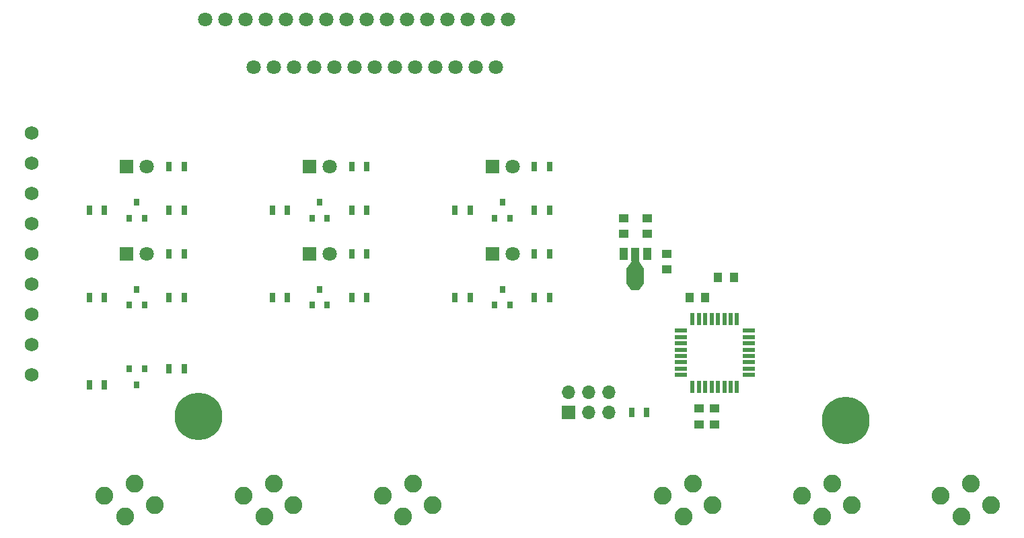
<source format=gts>
G04 #@! TF.GenerationSoftware,KiCad,Pcbnew,(5.1.7)-1*
G04 #@! TF.CreationDate,2022-05-13T22:18:05+02:00*
G04 #@! TF.ProjectId,Anzeige-Modul,416e7a65-6967-4652-9d4d-6f64756c2e6b,rev?*
G04 #@! TF.SameCoordinates,Original*
G04 #@! TF.FileFunction,Soldermask,Top*
G04 #@! TF.FilePolarity,Negative*
%FSLAX46Y46*%
G04 Gerber Fmt 4.6, Leading zero omitted, Abs format (unit mm)*
G04 Created by KiCad (PCBNEW (5.1.7)-1) date 2022-05-13 22:18:05*
%MOMM*%
%LPD*%
G01*
G04 APERTURE LIST*
%ADD10R,0.800000X0.900000*%
%ADD11C,2.250000*%
%ADD12R,1.250000X1.000000*%
%ADD13R,1.000000X1.250000*%
%ADD14C,1.750000*%
%ADD15R,0.700000X1.300000*%
%ADD16R,0.550000X1.600000*%
%ADD17R,1.600000X0.550000*%
%ADD18R,1.800000X1.800000*%
%ADD19C,1.800000*%
%ADD20C,0.100000*%
%ADD21R,2.200000X1.840000*%
%ADD22R,1.000000X1.500000*%
%ADD23R,1.000000X1.800000*%
%ADD24R,1.700000X1.700000*%
%ADD25O,1.700000X1.700000*%
%ADD26C,6.000000*%
G04 APERTURE END LIST*
D10*
X38220000Y-87000000D03*
X36320000Y-87000000D03*
X37270000Y-89000000D03*
D11*
X39500000Y-104200000D03*
X35800000Y-105600000D03*
X33200000Y-103000000D03*
X37000000Y-101500000D03*
X57000000Y-104200000D03*
X53300000Y-105600000D03*
X50700000Y-103000000D03*
X54500000Y-101500000D03*
X74500000Y-104200000D03*
X70800000Y-105600000D03*
X68200000Y-103000000D03*
X72000000Y-101500000D03*
X109750000Y-104200000D03*
X106050000Y-105600000D03*
X103450000Y-103000000D03*
X107250000Y-101500000D03*
X144750000Y-104200000D03*
X141050000Y-105600000D03*
X138450000Y-103000000D03*
X142250000Y-101500000D03*
X127250000Y-104200000D03*
X123550000Y-105600000D03*
X120950000Y-103000000D03*
X124750000Y-101500000D03*
D12*
X108000000Y-94000000D03*
X108000000Y-92000000D03*
D13*
X106800000Y-78000000D03*
X108800000Y-78000000D03*
X112400000Y-75500000D03*
X110400000Y-75500000D03*
D12*
X104000000Y-74500000D03*
X104000000Y-72500000D03*
D14*
X24000000Y-87740000D03*
X24000000Y-83930000D03*
X24000000Y-80120000D03*
X24000000Y-76310000D03*
X24000000Y-72500000D03*
X24000000Y-68690000D03*
X24000000Y-64880000D03*
X24000000Y-61070000D03*
X24000000Y-57260000D03*
D15*
X101450000Y-92500000D03*
X99550000Y-92500000D03*
D12*
X110000000Y-92000000D03*
X110000000Y-94000000D03*
D16*
X112800000Y-80750000D03*
X112000000Y-80750000D03*
X111200000Y-80750000D03*
X110400000Y-80750000D03*
X109600000Y-80750000D03*
X108800000Y-80750000D03*
X108000000Y-80750000D03*
X107200000Y-80750000D03*
D17*
X105750000Y-82200000D03*
X105750000Y-83000000D03*
X105750000Y-83800000D03*
X105750000Y-84600000D03*
X105750000Y-85400000D03*
X105750000Y-86200000D03*
X105750000Y-87000000D03*
X105750000Y-87800000D03*
D16*
X107200000Y-89250000D03*
X108000000Y-89250000D03*
X108800000Y-89250000D03*
X109600000Y-89250000D03*
X110400000Y-89250000D03*
X111200000Y-89250000D03*
X112000000Y-89250000D03*
X112800000Y-89250000D03*
D17*
X114250000Y-87800000D03*
X114250000Y-87000000D03*
X114250000Y-86200000D03*
X114250000Y-85400000D03*
X114250000Y-84600000D03*
X114250000Y-83800000D03*
X114250000Y-83000000D03*
X114250000Y-82200000D03*
D18*
X36000000Y-61500000D03*
D19*
X38540000Y-61500000D03*
D18*
X59000000Y-61500000D03*
D19*
X61540000Y-61500000D03*
D18*
X82000000Y-61500000D03*
D19*
X84540000Y-61500000D03*
D18*
X36000000Y-72500000D03*
D19*
X38540000Y-72500000D03*
D18*
X59000000Y-72500000D03*
D19*
X61540000Y-72500000D03*
D18*
X82000000Y-72500000D03*
D19*
X84540000Y-72500000D03*
D15*
X41320000Y-61500000D03*
X43220000Y-61500000D03*
X64320000Y-61500000D03*
X66220000Y-61500000D03*
X87320000Y-61500000D03*
X89220000Y-61500000D03*
X41320000Y-72500000D03*
X43220000Y-72500000D03*
X64320000Y-72500000D03*
X66220000Y-72500000D03*
X87320000Y-72500000D03*
X89220000Y-72500000D03*
D10*
X36320000Y-68000000D03*
X38220000Y-68000000D03*
X37270000Y-66000000D03*
X59320000Y-68000000D03*
X61220000Y-68000000D03*
X60270000Y-66000000D03*
X82320000Y-68000000D03*
X84220000Y-68000000D03*
X83270000Y-66000000D03*
X36320000Y-79000000D03*
X38220000Y-79000000D03*
X37270000Y-77000000D03*
X59320000Y-79000000D03*
X61220000Y-79000000D03*
X60270000Y-77000000D03*
X82320000Y-79000000D03*
X84220000Y-79000000D03*
X83270000Y-77000000D03*
D15*
X41320000Y-67000000D03*
X43220000Y-67000000D03*
X64320000Y-67000000D03*
X66220000Y-67000000D03*
X87320000Y-67000000D03*
X89220000Y-67000000D03*
X41320000Y-78000000D03*
X43220000Y-78000000D03*
X64320000Y-78000000D03*
X66220000Y-78000000D03*
X89220000Y-78000000D03*
X87320000Y-78000000D03*
X31320000Y-67000000D03*
X33220000Y-67000000D03*
X54320000Y-67000000D03*
X56220000Y-67000000D03*
X77320000Y-67000000D03*
X79220000Y-67000000D03*
X31320000Y-78000000D03*
X33220000Y-78000000D03*
X54320000Y-78000000D03*
X56220000Y-78000000D03*
X77320000Y-78000000D03*
X79220000Y-78000000D03*
D20*
G36*
X98900000Y-74403800D02*
G01*
X99600000Y-73403800D01*
X100400000Y-73403800D01*
X101100000Y-74403800D01*
X98900000Y-74403800D01*
G37*
D21*
X100000000Y-75313500D03*
D22*
X98500000Y-72500000D03*
D23*
X100000000Y-72646500D03*
D22*
X101500000Y-72500000D03*
D20*
G36*
X101100000Y-76222000D02*
G01*
X100500000Y-77072000D01*
X99500000Y-77072000D01*
X98900000Y-76222000D01*
X101100000Y-76222000D01*
G37*
D19*
X52000000Y-49000000D03*
X54540000Y-49000000D03*
X57080000Y-49000000D03*
X59620000Y-49000000D03*
X62160000Y-49000000D03*
X64700000Y-49000000D03*
X67240000Y-49000000D03*
X69780000Y-49000000D03*
X72320000Y-49000000D03*
X74860000Y-49000000D03*
X77400000Y-49000000D03*
X79940000Y-49000000D03*
X82480000Y-49000000D03*
X84000000Y-43000000D03*
X81460000Y-43000000D03*
X78920000Y-43000000D03*
X76380000Y-43000000D03*
X73840000Y-43000000D03*
X71300000Y-43000000D03*
X68760000Y-43000000D03*
X66220000Y-43000000D03*
X63680000Y-43000000D03*
X61140000Y-43000000D03*
X58600000Y-43000000D03*
X56060000Y-43000000D03*
X53520000Y-43000000D03*
X50980000Y-43000000D03*
X48440000Y-43000000D03*
X45900000Y-43000000D03*
D24*
X91585000Y-92500000D03*
D25*
X91585000Y-89960000D03*
X94125000Y-92500000D03*
X94125000Y-89960000D03*
X96665000Y-92500000D03*
X96665000Y-89960000D03*
D26*
X45000000Y-93000000D03*
X126500000Y-93500000D03*
D15*
X43220000Y-87000000D03*
X41320000Y-87000000D03*
X31320000Y-89000000D03*
X33220000Y-89000000D03*
D12*
X98500000Y-68000000D03*
X98500000Y-70000000D03*
X101500000Y-68000000D03*
X101500000Y-70000000D03*
M02*

</source>
